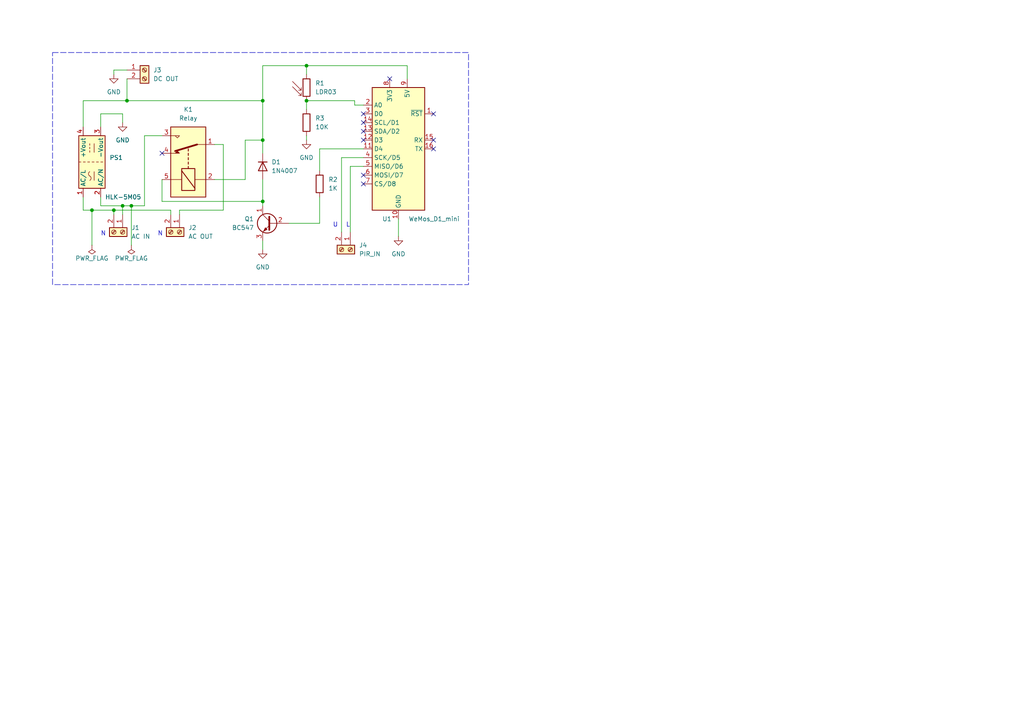
<source format=kicad_sch>
(kicad_sch (version 20230121) (generator eeschema)
  (paper "A4")
  (title_block (date "2023-11-07") (rev "v0.1"))
  (lib_symbols
    (symbol "Connector:Screw_Terminal_01x02" (pin_names (offset 1.016) hide)
      (property "Reference" "J" (at 0 2.54 0))
      (property "Value" "Screw_Terminal_01x02" (at 0 -5.08 0))
      (symbol "Screw_Terminal_01x02_1_1"
        (rectangle (start -1.27 1.27) (end 1.27 -3.81) (stroke (width 0.254)) (fill (type background)))
        (circle (center 0 -2.54) (radius 0.635) (stroke (width 0.1524)))
        (polyline (pts (xy -0.5334 -2.2098) (xy 0.3302 -3.048)) (stroke (width 0.1524)))
        (polyline (pts (xy -0.5334 0.3302) (xy 0.3302 -0.508)) (stroke (width 0.1524)))
        (polyline (pts (xy -0.3556 -2.032) (xy 0.508 -2.8702)) (stroke (width 0.1524)))
        (polyline (pts (xy -0.3556 0.508) (xy 0.508 -0.3302)) (stroke (width 0.1524)))
        (circle (center 0 0) (radius 0.635) (stroke (width 0.1524)))
        (pin passive line (at -5.08 0 0) (length 3.81) (name "Pin_1") (number "1"))
        (pin passive line (at -5.08 -2.54 0) (length 3.81) (name "Pin_2") (number "2"))
      )
    )
    (symbol "Converter_ACDC:HLK-5M05"
      (property "Reference" "PS" (at 0 5.08 0))
      (property "Value" "HLK-5M05" (at 0 -5.08 0))
      (symbol "HLK-5M05_0_1"
        (rectangle (start -7.62 3.81) (end 7.62 -3.81) (stroke (width 0.254)) (fill (type background)))
        (arc (start -5.334 0.635) (mid -4.699 0.2495) (end -4.064 0.635))
        (arc (start -2.794 0.635) (mid -3.429 1.0072) (end -4.064 0.635))
        (polyline (pts (xy -5.334 -0.635) (xy -2.794 -0.635)))
        (polyline (pts (xy 0 -2.54) (xy 0 -3.175)))
        (polyline (pts (xy 0 -1.27) (xy 0 -1.905)))
        (polyline (pts (xy 0 0) (xy 0 -0.635)))
        (polyline (pts (xy 0 1.27) (xy 0 0.635)))
        (polyline (pts (xy 0 2.54) (xy 0 1.905)))
        (polyline (pts (xy 0 3.81) (xy 0 3.175)))
        (polyline (pts (xy 2.794 -0.635) (xy 5.334 -0.635)))
        (polyline (pts (xy 2.794 0.635) (xy 3.302 0.635)))
        (polyline (pts (xy 3.81 0.635) (xy 4.318 0.635)))
        (polyline (pts (xy 4.826 0.635) (xy 5.334 0.635)))
      )
      (symbol "HLK-5M05_1_1"
        (pin power_in line (at -10.16 2.54 0) (length 2.54) (name "AC/L") (number "1"))
        (pin power_in line (at -10.16 -2.54 0) (length 2.54) (name "AC/N") (number "2"))
        (pin power_out line (at 10.16 -2.54 180) (length 2.54) (name "-Vout") (number "3"))
        (pin power_out line (at 10.16 2.54 180) (length 2.54) (name "+Vout") (number "4"))
      )
    )
    (symbol "Device:R" (pin_numbers hide) (pin_names (offset 0))
      (property "Reference" "R" (at 2.032 0 90))
      (property "Value" "R" (at 0 0 90))
      (symbol "R_0_1"
        (rectangle (start -1.016 -2.54) (end 1.016 2.54) (stroke (width 0.254)))
      )
      (symbol "R_1_1"
        (pin passive line (at 0 3.81 270) (length 1.27) (name "~") (number "1"))
        (pin passive line (at 0 -3.81 90) (length 1.27) (name "~") (number "2"))
      )
    )
    (symbol "Diode:1N4007" (pin_numbers hide) (pin_names hide)
      (property "Reference" "D" (at 0 2.54 0))
      (property "Value" "1N4007" (at 0 -2.54 0))
      (symbol "1N4007_0_1"
        (polyline (pts (xy -1.27 1.27) (xy -1.27 -1.27)) (stroke (width 0.254)))
        (polyline (pts (xy 1.27 0) (xy -1.27 0)))
        (polyline (pts (xy 1.27 1.27) (xy 1.27 -1.27) (xy -1.27 0) (xy 1.27 1.27)) (stroke (width 0.254)))
      )
      (symbol "1N4007_1_1"
        (pin passive line (at -3.81 0 0) (length 2.54) (name "K") (number "1"))
        (pin passive line (at 3.81 0 180) (length 2.54) (name "A") (number "2"))
      )
    )
    (symbol "MCU_Module:WeMos_D1_mini"
      (property "Reference" "U" (at 3.81 19.05 0))
      (property "Value" "WeMos_D1_mini" (at 1.27 -19.05 0))
      (symbol "WeMos_D1_mini_1_1"
        (rectangle (start -7.62 17.78) (end 7.62 -17.78) (stroke (width 0.254)) (fill (type background)))
        (pin input line (at -10.16 10.16 0) (length 2.54) (name "~{RST}") (number "1"))
        (pin power_in line (at 0 -20.32 90) (length 2.54) (name "GND") (number "10"))
        (pin bidirectional line (at 10.16 0 180) (length 2.54) (name "D4") (number "11"))
        (pin bidirectional line (at 10.16 2.54 180) (length 2.54) (name "D3") (number "12"))
        (pin bidirectional line (at 10.16 5.08 180) (length 2.54) (name "SDA/D2") (number "13"))
        (pin bidirectional line (at 10.16 7.62 180) (length 2.54) (name "SCL/D1") (number "14"))
        (pin input line (at -10.16 2.54 0) (length 2.54) (name "RX") (number "15"))
        (pin output line (at -10.16 0 0) (length 2.54) (name "TX") (number "16"))
        (pin input line (at 10.16 12.7 180) (length 2.54) (name "A0") (number "2"))
        (pin bidirectional line (at 10.16 10.16 180) (length 2.54) (name "D0") (number "3"))
        (pin bidirectional line (at 10.16 -2.54 180) (length 2.54) (name "SCK/D5") (number "4"))
        (pin bidirectional line (at 10.16 -5.08 180) (length 2.54) (name "MISO/D6") (number "5"))
        (pin bidirectional line (at 10.16 -7.62 180) (length 2.54) (name "MOSI/D7") (number "6"))
        (pin bidirectional line (at 10.16 -10.16 180) (length 2.54) (name "CS/D8") (number "7"))
        (pin power_out line (at 2.54 20.32 270) (length 2.54) (name "3V3") (number "8"))
        (pin power_in line (at -2.54 20.32 270) (length 2.54) (name "5V") (number "9"))
      )
    )
    (symbol "Relay:SANYOU_SRD_Form_C"
      (property "Reference" "K" (at 11.43 3.81 0))
      (property "Value" "SANYOU_SRD_Form_C" (at 11.43 1.27 0))
      (symbol "SANYOU_SRD_Form_C_0_0"
        (polyline (pts (xy 7.62 5.08) (xy 7.62 2.54) (xy 6.985 3.175) (xy 7.62 3.81)))
      )
      (symbol "SANYOU_SRD_Form_C_0_1"
        (rectangle (start -10.16 5.08) (end 10.16 -5.08) (stroke (width 0.254)) (fill (type background)))
        (rectangle (start -8.255 1.905) (end -1.905 -1.905) (stroke (width 0.254)))
        (polyline (pts (xy -7.62 -1.905) (xy -2.54 1.905)) (stroke (width 0.254)))
        (polyline (pts (xy -5.08 -5.08) (xy -5.08 -1.905)))
        (polyline (pts (xy -5.08 5.08) (xy -5.08 1.905)))
        (polyline (pts (xy -1.905 0) (xy -1.27 0)) (stroke (width 0.254)))
        (polyline (pts (xy -0.635 0) (xy 0 0)) (stroke (width 0.254)))
        (polyline (pts (xy 0.635 0) (xy 1.27 0)) (stroke (width 0.254)))
        (polyline (pts (xy 1.905 0) (xy 2.54 0)) (stroke (width 0.254)))
        (polyline (pts (xy 3.175 0) (xy 3.81 0)) (stroke (width 0.254)))
        (polyline (pts (xy 5.08 -2.54) (xy 3.175 3.81)) (stroke (width 0.508)))
        (polyline (pts (xy 5.08 -2.54) (xy 5.08 -5.08)))
      )
      (symbol "SANYOU_SRD_Form_C_1_1"
        (polyline (pts (xy 2.54 3.81) (xy 3.175 3.175) (xy 2.54 2.54) (xy 2.54 5.08)) (fill (type outline)))
        (pin passive line (at 5.08 -7.62 90) (length 2.54) (name "~") (number "1"))
        (pin passive line (at -5.08 -7.62 90) (length 2.54) (name "~") (number "2"))
        (pin passive line (at 7.62 7.62 270) (length 2.54) (name "~") (number "3"))
        (pin passive line (at 2.54 7.62 270) (length 2.54) (name "~") (number "4"))
        (pin passive line (at -5.08 7.62 270) (length 2.54) (name "~") (number "5"))
      )
    )
    (symbol "Sensor_Optical:LDR03" (pin_numbers hide) (pin_names (offset 0))
      (property "Reference" "R" (at -5.08 0 90))
      (property "Value" "LDR03" (at 1.905 0 90))
      (symbol "LDR03_0_1"
        (rectangle (start -1.016 2.54) (end 1.016 -2.54) (stroke (width 0.254)))
        (polyline (pts (xy -1.524 -2.286) (xy -4.064 0.254)))
        (polyline (pts (xy -1.524 -2.286) (xy -2.286 -2.286)))
        (polyline (pts (xy -1.524 -2.286) (xy -1.524 -1.524)))
        (polyline (pts (xy -1.524 -0.762) (xy -4.064 1.778)))
        (polyline (pts (xy -1.524 -0.762) (xy -2.286 -0.762)))
        (polyline (pts (xy -1.524 -0.762) (xy -1.524 0)))
      )
      (symbol "LDR03_1_1"
        (pin passive line (at 0 3.81 270) (length 1.27) (name "~") (number "1"))
        (pin passive line (at 0 -3.81 90) (length 1.27) (name "~") (number "2"))
      )
    )
    (symbol "Transistor_BJT:BC547" (pin_names (offset 0) hide)
      (property "Reference" "Q" (at 5.08 1.905 0))
      (property "Value" "BC547" (at 5.08 0 0))
      (symbol "BC547_0_1"
        (polyline (pts (xy 0 0) (xy 0.635 0)))
        (polyline (pts (xy 0.635 0.635) (xy 2.54 2.54)))
        (polyline (pts (xy 0.635 -0.635) (xy 2.54 -2.54) (xy 2.54 -2.54)))
        (polyline (pts (xy 0.635 1.905) (xy 0.635 -1.905) (xy 0.635 -1.905)) (stroke (width 0.508)))
        (polyline (pts (xy 1.27 -1.778) (xy 1.778 -1.27) (xy 2.286 -2.286) (xy 1.27 -1.778) (xy 1.27 -1.778)) (fill (type outline)))
        (circle (center 1.27 0) (radius 2.8194) (stroke (width 0.254)))
      )
      (symbol "BC547_1_1"
        (pin passive line (at 2.54 5.08 270) (length 2.54) (name "C") (number "1"))
        (pin input line (at -5.08 0 0) (length 5.08) (name "B") (number "2"))
        (pin passive line (at 2.54 -5.08 90) (length 2.54) (name "E") (number "3"))
      )
    )
    (symbol "power:GND" (power) (pin_names (offset 0))
      (property "Value" "GND" (at 0 -3.81 0))
      (symbol "GND_0_1"
        (polyline (pts (xy 0 0) (xy 0 -1.27) (xy 1.27 -1.27) (xy 0 -2.54) (xy -1.27 -1.27) (xy 0 -1.27)))
      )
      (symbol "GND_1_1"
        (pin power_in line (at 0 0 270) (length 0) hide (name "GND") (number "1"))
      )
    )
    (symbol "power:PWR_FLAG" (power) (pin_numbers hide) (pin_names (offset 0) hide)
      (property "Value" "PWR_FLAG" (at 0 3.81 0))
      (symbol "PWR_FLAG_0_0"
        (pin power_out line (at 0 0 90) (length 0) (name "pwr") (number "1"))
      )
      (symbol "PWR_FLAG_0_1"
        (polyline (pts (xy 0 0) (xy 0 1.27) (xy -1.016 1.905) (xy 0 2.54) (xy 1.016 1.905) (xy 0 1.27)))
      )
    )
  )
  (junction (at 76.2 58.42))
  (junction (at 36.83 29.21))
  (junction (at 76.2 29.21))
  (junction (at 26.67 60.96))
  (junction (at 35.56 59.69))
  (junction (at 76.2 40.64))
  (junction (at 33.02 60.96))
  (junction (at 88.9 19.05))
  (junction (at 88.9 29.21))
  (junction (at 38.1 59.69))
  (no_connect (at 105.41 40.64))
  (no_connect (at 46.99 44.45))
  (no_connect (at 105.41 33.02))
  (no_connect (at 105.41 53.34))
  (no_connect (at 125.73 33.02))
  (no_connect (at 125.73 43.18))
  (no_connect (at 105.41 50.8))
  (no_connect (at 125.73 40.64))
  (no_connect (at 105.41 35.56))
  (no_connect (at 113.03 22.86))
  (no_connect (at 105.41 38.1))
  (wire (pts (xy 33.02 60.96) (xy 26.67 60.96)))
  (wire (pts (xy 88.9 29.21) (xy 88.9 31.75)))
  (wire (pts (xy 115.57 63.5) (xy 115.57 68.58)))
  (wire (pts (xy 33.02 20.32) (xy 36.83 20.32)))
  (wire (pts (xy 76.2 40.64) (xy 76.2 44.45)))
  (wire (pts (xy 24.13 36.83) (xy 24.13 29.21)))
  (wire (pts (xy 76.2 72.39) (xy 76.2 69.85)))
  (wire (pts (xy 88.9 19.05) (xy 118.11 19.05)))
  (wire (pts (xy 105.41 48.26) (xy 101.6 48.26)))
  (wire (pts (xy 101.6 48.26) (xy 101.6 67.31)))
  (wire (pts (xy 36.83 29.21) (xy 76.2 29.21)))
  (wire (pts (xy 24.13 57.15) (xy 24.13 60.96)))
  (wire (pts (xy 99.06 45.72) (xy 99.06 67.31)))
  (wire (pts (xy 41.91 59.69) (xy 38.1 59.69)))
  (wire (pts (xy 92.71 43.18) (xy 105.41 43.18)))
  (wire (pts (xy 76.2 19.05) (xy 88.9 19.05)))
  (wire (pts (xy 29.21 59.69) (xy 35.56 59.69)))
  (wire (pts (xy 24.13 29.21) (xy 36.83 29.21)))
  (wire (pts (xy 105.41 30.48) (xy 102.87 30.48)))
  (wire (pts (xy 83.82 64.77) (xy 92.71 64.77)))
  (wire (pts (xy 38.1 71.12) (xy 38.1 59.69)))
  (wire (pts (xy 26.67 60.96) (xy 24.13 60.96)))
  (wire (pts (xy 92.71 43.18) (xy 92.71 49.53)))
  (wire (pts (xy 64.77 41.91) (xy 64.77 60.96)))
  (wire (pts (xy 52.07 60.96) (xy 52.07 62.23)))
  (wire (pts (xy 64.77 60.96) (xy 52.07 60.96)))
  (wire (pts (xy 33.02 60.96) (xy 49.53 60.96)))
  (wire (pts (xy 88.9 19.05) (xy 88.9 21.59)))
  (wire (pts (xy 41.91 59.69) (xy 41.91 39.37)))
  (wire (pts (xy 35.56 33.02) (xy 35.56 35.56)))
  (wire (pts (xy 33.02 62.23) (xy 33.02 60.96)))
  (wire (pts (xy 76.2 59.69) (xy 76.2 58.42)))
  (wire (pts (xy 102.87 30.48) (xy 102.87 29.21)))
  (wire (pts (xy 62.23 52.07) (xy 71.12 52.07)))
  (wire (pts (xy 118.11 19.05) (xy 118.11 22.86)))
  (wire (pts (xy 88.9 39.37) (xy 88.9 40.64)))
  (wire (pts (xy 46.99 58.42) (xy 76.2 58.42)))
  (wire (pts (xy 62.23 41.91) (xy 64.77 41.91)))
  (wire (pts (xy 46.99 52.07) (xy 46.99 58.42)))
  (wire (pts (xy 76.2 52.07) (xy 76.2 58.42)))
  (wire (pts (xy 41.91 39.37) (xy 46.99 39.37)))
  (wire (pts (xy 71.12 40.64) (xy 76.2 40.64)))
  (wire (pts (xy 33.02 21.59) (xy 33.02 20.32)))
  (wire (pts (xy 76.2 29.21) (xy 76.2 19.05)))
  (wire (pts (xy 105.41 45.72) (xy 99.06 45.72)))
  (wire (pts (xy 29.21 57.15) (xy 29.21 59.69)))
  (wire (pts (xy 26.67 60.96) (xy 26.67 71.12)))
  (wire (pts (xy 76.2 29.21) (xy 76.2 40.64)))
  (wire (pts (xy 36.83 22.86) (xy 36.83 29.21)))
  (wire (pts (xy 49.53 60.96) (xy 49.53 62.23)))
  (wire (pts (xy 71.12 52.07) (xy 71.12 40.64)))
  (wire (pts (xy 38.1 59.69) (xy 35.56 59.69)))
  (wire (pts (xy 92.71 64.77) (xy 92.71 57.15)))
  (wire (pts (xy 102.87 29.21) (xy 88.9 29.21)))
  (wire (pts (xy 29.21 33.02) (xy 35.56 33.02)))
  (wire (pts (xy 29.21 36.83) (xy 29.21 33.02)))
  (wire (pts (xy 35.56 59.69) (xy 35.56 62.23)))
  (rectangle (start 15.24 15.24) (end 135.89 82.55) (stroke (width 0) (type dash)))
  (text "U" (at 96.52 66.04 0) (effects (font (size 1.27 1.27)) (justify left bottom)))
  (text "N" (at 45.72 68.58 0) (effects (font (size 1.27 1.27)) (justify left bottom)))
  (text "N" (at 29.21 68.58 0) (effects (font (size 1.27 1.27)) (justify left bottom)))
  (text "L" (at 100.33 66.04 0) (effects (font (size 1.27 1.27)) (justify left bottom)))
  (symbol (lib_id "Connector:Screw_Terminal_01x02") (at 101.6 72.39 270) (unit 1)
    (property "Reference" "J4" (at 104.14 71.12 90) (effects (justify left)))
    (property "Value" "PIR_IN" (at 104.14 73.66 90) (effects (justify left)))
    (property "Footprint" "TerminalBlock:TerminalBlock_Altech_AK300-2_P5.00mm" (effects hide))
  )
  (symbol (lib_id "Diode:1N4007") (at 76.2 48.26 270) (unit 1)
    (property "Reference" "D1" (at 78.74 46.99 90) (effects (justify left)))
    (property "Value" "1N4007" (at 78.74 49.53 90) (effects (justify left)))
    (property "Footprint" "Diode_THT:D_DO-41_SOD81_P10.16mm_Horizontal" (effects hide))
    (property "Datasheet" "http://www.vishay.com/docs/88503/1n4001.pdf" (effects hide))
    (property "Sim.Device" "D" (effects hide))
    (property "Sim.Pins" "1=K 2=A" (effects hide))
  )
  (symbol (lib_id "power:GND") (at 88.9 40.64 0) (unit 1)
    (property "Reference" "#PWR02" (effects hide))
    (property "Value" "GND" (at 88.9 45.72 0))
  )
  (symbol (lib_id "power:GND") (at 35.56 35.56 0) (unit 1)
    (property "Reference" "#PWR01" (effects hide))
    (property "Value" "GND" (at 35.56 40.64 0))
  )
  (symbol (lib_id "Connector:Screw_Terminal_01x02") (at 35.56 67.31 270) (unit 1)
    (property "Reference" "J1" (at 38.1 66.04 90) (effects (justify left)))
    (property "Value" "AC IN" (at 38.1 68.58 90) (effects (justify left)))
    (property "Footprint" "TerminalBlock:TerminalBlock_Altech_AK300-2_P5.00mm" (effects hide))
  )
  (symbol (lib_id "Device:R") (at 88.9 35.56 180) (unit 1)
    (property "Reference" "R3" (at 91.44 34.29 0) (effects (justify right)))
    (property "Value" "10K" (at 91.44 36.83 0) (effects (justify right)))
    (property "Footprint" "Resistor_THT:R_Axial_DIN0204_L3.6mm_D1.6mm_P5.08mm_Horizontal" (effects hide))
  )
  (symbol (lib_id "power:GND") (at 115.57 68.58 0) (unit 1)
    (property "Reference" "#PWR04" (effects hide))
    (property "Value" "GND" (at 115.57 73.66 0))
  )
  (symbol (lib_id "power:PWR_FLAG") (at 26.67 71.12 180) (unit 1)
    (property "Reference" "#FLG01" (effects hide))
    (property "Value" "PWR_FLAG" (at 26.67 74.93 0))
  )
  (symbol (lib_id "Connector:Screw_Terminal_01x02") (at 52.07 67.31 270) (unit 1)
    (property "Reference" "J2" (at 54.61 66.04 90) (effects (justify left)))
    (property "Value" "AC OUT" (at 54.61 68.58 90) (effects (justify left)))
    (property "Footprint" "TerminalBlock:TerminalBlock_Altech_AK300-2_P5.00mm" (effects hide))
  )
  (symbol (lib_id "Converter_ACDC:HLK-5M05") (at 26.67 46.99 90) (unit 1)
    (property "Reference" "PS1" (at 31.75 45.72 90) (effects (justify right)))
    (property "Value" "HLK-5M05" (at 30.48 57.15 90) (effects (justify right)))
    (property "Footprint" "Converter_ACDC:Converter_ACDC_HiLink_HLK-5Mxx" (effects hide))
    (property "Datasheet" "http://h.hlktech.com/download/ACDC%E7%94%B5%E6%BA%90%E6%A8%A1%E5%9D%975W%E7%B3%BB%E5%88%97/1/%E6%B5%B7%E5%87%8C%E7%A7%915W%E7%B3%BB%E5%88%97%E7%94%B5%E6%BA%90%E6%A8%A1%E5%9D%97%E8%A7%84%E6%A0%BC%E4%B9%A6V2.8.pdf" (effects hide))
  )
  (symbol (lib_id "MCU_Module:WeMos_D1_mini") (at 115.57 43.18 0) (mirror y) (unit 1)
    (property "Reference" "U1" (at 113.6141 63.5 0) (effects (justify left)))
    (property "Value" "WeMos_D1_mini" (at 133.35 63.5 0) (effects (justify left)))
    (property "Footprint" "Module:WEMOS_D1_mini_light" (effects hide))
    (property "Datasheet" "https://wiki.wemos.cc/products:d1:d1_mini#documentation" (effects hide))
  )
  (symbol (lib_id "Relay:SANYOU_SRD_Form_C") (at 54.61 46.99 90) (unit 1)
    (property "Reference" "K1" (at 54.61 31.75 90))
    (property "Value" "Relay" (at 54.61 34.29 90))
    (property "Footprint" "Relay_THT:Relay_SPDT_SANYOU_SRD_Series_Form_C" (effects hide))
    (property "Datasheet" "http://www.sanyourelay.ca/public/products/pdf/SRD.pdf" (effects hide))
  )
  (symbol (lib_id "power:GND") (at 33.02 21.59 0) (unit 1)
    (property "Reference" "#PWR05" (effects hide))
    (property "Value" "GND" (at 33.02 26.67 0))
  )
  (symbol (lib_id "Transistor_BJT:BC547") (at 78.74 64.77 0) (mirror y) (unit 1)
    (property "Reference" "Q1" (at 73.66 63.5 0) (effects (justify left)))
    (property "Value" "BC547" (at 73.66 66.04 0) (effects (justify left)))
    (property "Footprint" "Package_TO_SOT_THT:TO-92_Inline" (effects hide))
    (property "Datasheet" "https://www.onsemi.com/pub/Collateral/BC550-D.pdf" (effects hide))
  )
  (symbol (lib_id "Connector:Screw_Terminal_01x02") (at 41.91 20.32 0) (unit 1)
    (property "Reference" "J3" (at 44.45 20.32 0) (effects (justify left)))
    (property "Value" "DC OUT" (at 44.45 22.86 0) (effects (justify left)))
    (property "Footprint" "TerminalBlock:TerminalBlock_Altech_AK300-2_P5.00mm" (effects hide))
  )
  (symbol (lib_id "power:PWR_FLAG") (at 38.1 71.12 180) (unit 1)
    (property "Reference" "#FLG02" (effects hide))
    (property "Value" "PWR_FLAG" (at 38.1 74.93 0))
  )
  (symbol (lib_id "Sensor_Optical:LDR03") (at 88.9 25.4 0) (unit 1)
    (property "Reference" "R1" (at 91.44 24.13 0) (effects (justify left)))
    (property "Value" "LDR03" (at 91.44 26.67 0) (effects (justify left)))
    (property "Footprint" "OptoDevice:R_LDR_10x8.5mm_P7.6mm_Vertical" (effects hide))
    (property "Datasheet" "http://www.elektronica-componenten.nl/WebRoot/StoreNL/Shops/61422969/54F1/BA0C/C664/31B9/2173/C0A8/2AB9/2AEF/LDR03IMP.pdf" (effects hide))
  )
  (symbol (lib_id "Device:R") (at 92.71 53.34 180) (unit 1)
    (property "Reference" "R2" (at 95.25 52.07 0) (effects (justify right)))
    (property "Value" "1K" (at 95.25 54.61 0) (effects (justify right)))
    (property "Footprint" "Resistor_THT:R_Axial_DIN0204_L3.6mm_D1.6mm_P5.08mm_Horizontal" (effects hide))
  )
  (symbol (lib_id "power:GND") (at 76.2 72.39 0) (unit 1)
    (property "Reference" "#PWR03" (effects hide))
    (property "Value" "GND" (at 76.2 77.47 0))
  )
)
</source>
